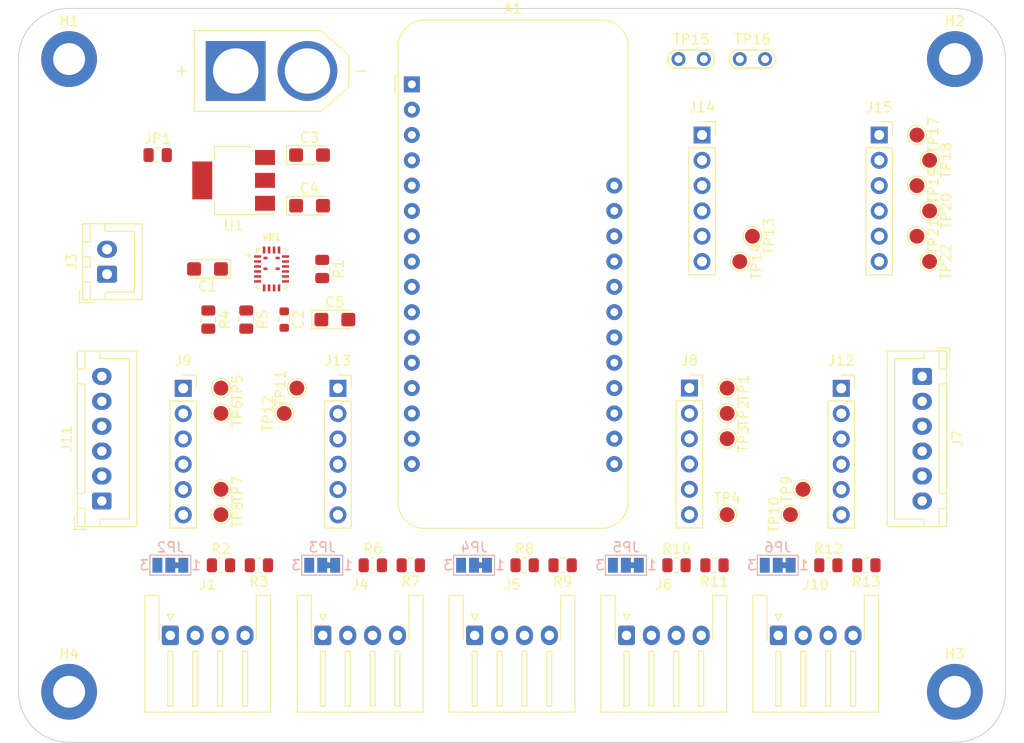
<source format=kicad_pcb>
(kicad_pcb (version 20211014) (generator pcbnew)
  (layers (0 "F.Cu" signal) (31 "B.Cu" signal) (34 "B.Paste" user) (35 "F.Paste" user) (36 "B.SilkS" user "B.Silkscreen") (37 "F.SilkS" user "F.Silkscreen") (38 "B.Mask" user) (39 "F.Mask" user) (44 "Edge.Cuts" user))
  (net 0 "")
  (net 1 "Net-(J2-PadP)")
  (net 2 "GND")
  (net 3 "Net-(J13-Pad1)")
  (net 4 "Net-(J12-Pad6)")
  (net 5 "Net-(J12-Pad5)")
  (net 6 "Net-(J9-Pad5)")
  (net 7 "Net-(J9-Pad4)")
  (net 8 "Net-(J9-Pad1)")
  (net 9 "Net-(J9-Pad6)")
  (net 10 "Net-(J8-Pad2)")
  (net 11 "Net-(J8-Pad1)")
  (net 12 "Net-(J8-Pad6)")
  (net 13 "Net-(J8-Pad3)")
  (net 14 "Net-(J13-Pad2)")
  (net 15 "ECHO_1")
  (net 16 "+7.5V")
  (net 17 "Net-(R4-Pad2)")
  (net 18 "ECHO_2")
  (net 19 "Net-(J4-Pad3)")
  (net 20 "ECHO_3")
  (net 21 "ECHO_4")
  (net 22 "Net-(J6-Pad3)")
  (net 23 "ECHO_5")
  (net 24 "Net-(J10-Pad3)")
  (net 25 "Net-(C1-Pad1)")
  (net 26 "Net-(J1-Pad3)")
  (net 27 "Net-(R1-Pad2)")
  (net 28 "Net-(J5-Pad3)")
  (net 29 "Net-(C2-Pad1)")
  (net 30 "+5V")
  (net 32 "+3V3")
  (net 34 "MOTOR_L_A")
  (net 35 "MOTOR_L_B")
  (net 36 "ENC_L_A")
  (net 37 "ENC_L_B")
  (net 38 "MOTOR_R_A")
  (net 39 "MOTOR_R_B")
  (net 40 "ENC_R_A")
  (net 41 "ENC_R_B")
  (net 43 "SDA")
  (net 44 "SCL")
  (net 45 "TRIG_5")
  (net 46 "TRIG_4")
  (net 47 "TRIG_3")
  (net 48 "TRIG_2")
  (net 49 "TRIG_1")
  (net 52 "Net-(J1-Pad1)")
  (net 53 "Net-(J10-Pad1)")
  (net 54 "Net-(J6-Pad1)")
  (net 55 "Net-(J5-Pad1)")
  (net 56 "Net-(J4-Pad1)")
  (net 57 "MOTOR_R_POS")
  (net 58 "MOTOR_R_NEG")
  (net 59 "MOTOR_L_POS")
  (net 60 "MOTOR_L_NEG")
  (net 61 "Net-(J14-Pad5)")
  (net 62 "Net-(J14-Pad6)")
  (net 63 "Net-(J15-Pad1)")
  (net 64 "Net-(J15-Pad2)")
  (net 65 "Net-(J15-Pad3)")
  (net 66 "Net-(J15-Pad4)")
  (net 67 "Net-(J15-Pad5)")
  (net 68 "Net-(J15-Pad6)")
  (footprint "Connector_PinSocket_2.54mm:PinSocket_1x06_P2.54mm_Vertical" (layer "F.Cu") (at 148.615 110.515)
    (fp_text reference "J12" (at 0 -2.77) (layer "F.SilkS"))
    (fp_text value "Conn_01x06_Female")
    (pad "1" thru_hole rect (at 0 0) (size 1.7 1.7) (drill 1) (layers *.Cu *.Mask) (net 34 "MOTOR_L_A"))
    (pad "2" thru_hole oval (at 0 2.54) (size 1.7 1.7) (drill 1) (layers *.Cu *.Mask) (net 35 "MOTOR_L_B"))
    (pad "3" thru_hole oval (at 0 5.08) (size 1.7 1.7) (drill 1) (layers *.Cu *.Mask) (net 2 "GND"))
    (pad "4" thru_hole oval (at 0 7.62) (size 1.7 1.7) (drill 1) (layers *.Cu *.Mask) (net 16 "+7.5V"))
    (pad "5" thru_hole oval (at 0 10.16) (size 1.7 1.7) (drill 1) (layers *.Cu *.Mask) (net 5 "Net-(J12-Pad5)"))
    (pad "6" thru_hole oval (at 0 12.7) (size 1.7 1.7) (drill 1) (layers *.Cu *.Mask) (net 4 "Net-(J12-Pad6)"))
  )
  (footprint "Resistor_SMD:R_0805_2012Metric" (layer "F.Cu") (at 96.52 98.535 -90)
    (fp_text reference "R1" (at 0 -1.65 90) (layer "F.SilkS"))
    (fp_text value "100k")
    (pad "1" smd roundrect (at -0.9125 0 270) (size 1.025 1.4) (layers "F.Cu" "F.Paste" "F.Mask") (roundrect_rratio 0.243902) (net 25 "Net-(C1-Pad1)"))
    (pad "2" smd roundrect (at 0.9125 0 270) (size 1.025 1.4) (layers "F.Cu" "F.Paste" "F.Mask") (roundrect_rratio 0.243902) (net 27 "Net-(R1-Pad2)"))
  )
  (footprint "Resistor_SMD:R_0805_2012Metric" (layer "F.Cu") (at 80.01 87.105)
    (fp_text reference "JP1" (at 0 -1.65) (layer "F.SilkS"))
    (fp_text value "Jumper_2_Open")
    (pad "1" smd roundrect (at -0.9125 0) (size 1.025 1.4) (layers "F.Cu" "F.Paste" "F.Mask") (roundrect_rratio 0.243902) (net 16 "+7.5V"))
    (pad "2" smd roundrect (at 0.9125 0) (size 1.025 1.4) (layers "F.Cu" "F.Paste" "F.Mask") (roundrect_rratio 0.243902) (net 25 "Net-(C1-Pad1)"))
  )
  (footprint "Connector_PinSocket_2.54mm:PinSocket_1x06_P2.54mm_Vertical" (layer "F.Cu") (at 82.575 110.515)
    (fp_text reference "J9" (at 0 -2.77) (layer "F.SilkS"))
    (fp_text value "Conn_01x06_Female")
    (pad "1" thru_hole rect (at 0 0) (size 1.7 1.7) (drill 1) (layers *.Cu *.Mask) (net 8 "Net-(J9-Pad1)"))
    (pad "2" thru_hole oval (at 0 2.54) (size 1.7 1.7) (drill 1) (layers *.Cu *.Mask) (net 57 "MOTOR_R_POS"))
    (pad "3" thru_hole oval (at 0 5.08) (size 1.7 1.7) (drill 1) (layers *.Cu *.Mask) (net 58 "MOTOR_R_NEG"))
    (pad "4" thru_hole oval (at 0 7.62) (size 1.7 1.7) (drill 1) (layers *.Cu *.Mask) (net 7 "Net-(J9-Pad4)"))
    (pad "5" thru_hole oval (at 0 10.16) (size 1.7 1.7) (drill 1) (layers *.Cu *.Mask) (net 6 "Net-(J9-Pad5)"))
    (pad "6" thru_hole oval (at 0 12.7) (size 1.7 1.7) (drill 1) (layers *.Cu *.Mask) (net 9 "Net-(J9-Pad6)"))
  )
  (footprint "Capacitor_Tantalum_SMD:CP_EIA-3216-18_Kemet-A" (layer "F.Cu") (at 97.79 103.615)
    (fp_text reference "C5" (at 0 -1.75) (layer "F.SilkS"))
    (fp_text value "100uF")
    (pad "1" smd roundrect (at -1.35 0) (size 1.4 1.35) (layers "F.Cu" "F.Paste" "F.Mask") (roundrect_rratio 0.185185) (net 16 "+7.5V"))
    (pad "2" smd roundrect (at 1.35 0) (size 1.4 1.35) (layers "F.Cu" "F.Paste" "F.Mask") (roundrect_rratio 0.185185) (net 2 "GND"))
  )
  (footprint "TestPoint:TestPoint_Pad_D1.5mm" (layer "F.Cu") (at 157.48 92.71 -90)
    (fp_text reference "TP20" (at 0 -1.648 90) (layer "F.SilkS"))
    (fp_text value "TestPoint")
    (pad "1" smd circle (at 0 0 270) (size 1.5 1.5) (layers "F.Cu" "F.Mask") (net 66 "Net-(J15-Pad4)"))
  )
  (footprint "Connector_JST:JST_XH_B6B-XH-A_1x06_P2.50mm_Vertical" (layer "F.Cu") (at 156.735 109.32 -90)
    (fp_text reference "J7" (at 6.25 -3.55 90) (layer "F.SilkS"))
    (fp_text value "Conn_01x06_Male")
    (pad "1" thru_hole roundrect (at 0 0 270) (size 1.7 1.95) (drill 0.95) (layers *.Cu *.Mask) (roundrect_rratio 0.147059) (net 32 "+3V3"))
    (pad "2" thru_hole oval (at 2.5 0 270) (size 1.7 1.95) (drill 0.95) (layers *.Cu *.Mask) (net 2 "GND"))
    (pad "3" thru_hole oval (at 5 0 270) (size 1.7 1.95) (drill 0.95) (layers *.Cu *.Mask) (net 59 "MOTOR_L_POS"))
    (pad "4" thru_hole oval (at 7.5 0 270) (size 1.7 1.95) (drill 0.95) (layers *.Cu *.Mask) (net 36 "ENC_L_A"))
    (pad "5" thru_hole oval (at 10 0 270) (size 1.7 1.95) (drill 0.95) (layers *.Cu *.Mask) (net 60 "MOTOR_L_NEG"))
    (pad "6" thru_hole oval (at 12.5 0 270) (size 1.7 1.95) (drill 0.95) (layers *.Cu *.Mask) (net 37 "ENC_L_B"))
  )
  (footprint "TestPoint:TestPoint_Pad_D1.5mm" (layer "F.Cu") (at 137.16 110.49 -90)
    (fp_text reference "TP1" (at 0 -1.648 90) (layer "F.SilkS"))
    (fp_text value "TestPoint")
    (pad "1" smd circle (at 0 0 270) (size 1.5 1.5) (layers "F.Cu" "F.Mask") (net 11 "Net-(J8-Pad1)"))
  )
  (footprint "Connector_PinSocket_2.54mm:PinSocket_1x06_P2.54mm_Vertical" (layer "F.Cu") (at 133.375 110.49)
    (fp_text reference "J8" (at 0 -2.77) (layer "F.SilkS"))
    (fp_text value "Conn_01x06_Female")
    (pad "1" thru_hole rect (at 0 0) (size 1.7 1.7) (drill 1) (layers *.Cu *.Mask) (net 11 "Net-(J8-Pad1)"))
    (pad "2" thru_hole oval (at 0 2.54) (size 1.7 1.7) (drill 1) (layers *.Cu *.Mask) (net 10 "Net-(J8-Pad2)"))
    (pad "3" thru_hole oval (at 0 5.08) (size 1.7 1.7) (drill 1) (layers *.Cu *.Mask) (net 13 "Net-(J8-Pad3)"))
    (pad "4" thru_hole oval (at 0 7.62) (size 1.7 1.7) (drill 1) (layers *.Cu *.Mask) (net 59 "MOTOR_L_POS"))
    (pad "5" thru_hole oval (at 0 10.16) (size 1.7 1.7) (drill 1) (layers *.Cu *.Mask) (net 60 "MOTOR_L_NEG"))
    (pad "6" thru_hole oval (at 0 12.7) (size 1.7 1.7) (drill 1) (layers *.Cu *.Mask) (net 12 "Net-(J8-Pad6)"))
  )
  (footprint "Connector_JST:JST_XH_S4B-XH-A-1_1x04_P2.50mm_Horizontal" (layer "F.Cu") (at 96.58 135.31)
    (fp_text reference "J4" (at 3.75 -5.1) (layer "F.SilkS"))
    (fp_text value "Conn_01x04_Male")
    (pad "1" thru_hole roundrect (at 0 0) (size 1.7 1.95) (drill 0.95) (layers *.Cu *.Mask) (roundrect_rratio 0.147059) (net 56 "Net-(J4-Pad1)"))
    (pad "2" thru_hole oval (at 2.5 0) (size 1.7 1.95) (drill 0.95) (layers *.Cu *.Mask) (net 48 "TRIG_2"))
    (pad "3" thru_hole oval (at 5 0) (size 1.7 1.95) (drill 0.95) (layers *.Cu *.Mask) (net 19 "Net-(J4-Pad3)"))
    (pad "4" thru_hole oval (at 7.5 0) (size 1.7 1.95) (drill 0.95) (layers *.Cu *.Mask) (net 2 "GND"))
  )
  (footprint "TestPoint:TestPoint_Pad_D1.5mm" (layer "F.Cu") (at 137.16 115.57 -90)
    (fp_text reference "TP3" (at 0 -1.648 90) (layer "F.SilkS"))
    (fp_text value "TestPoint")
    (pad "1" smd circle (at 0 0 270) (size 1.5 1.5) (layers "F.Cu" "F.Mask") (net 13 "Net-(J8-Pad3)"))
  )
  (footprint "TestPoint:TestPoint_Pad_D1.5mm" (layer "F.Cu") (at 86.36 113.03 -90)
    (fp_text reference "TP6" (at 0 -1.648 90) (layer "F.SilkS"))
    (fp_text value "TestPoint")
    (pad "1" smd circle (at 0 0 270) (size 1.5 1.5) (layers "F.Cu" "F.Mask") (net 7 "Net-(J9-Pad4)"))
  )
  (footprint "MountingHole:MountingHole_3.2mm_M3_DIN965_Pad" (layer "F.Cu") (at 71.12 140.97)
    (fp_text reference "H4" (at 0 -3.8) (layer "F.SilkS"))
    (fp_text value "MountingHole_Pad")
    (pad "1" thru_hole circle (at 0 0) (size 5.6 5.6) (drill 3.2) (layers *.Cu *.Mask) (net 2 "GND"))
  )
  (footprint "Resistor_SMD:R_0805_2012Metric" (layer "F.Cu") (at 116.84 128.27)
    (fp_text reference "R8" (at 0 -1.65) (layer "F.SilkS"))
    (fp_text value "10k")
    (pad "1" smd roundrect (at -0.9125 0) (size 1.025 1.4) (layers "F.Cu" "F.Paste" "F.Mask") (roundrect_rratio 0.243902) (net 20 "ECHO_3"))
    (pad "2" smd roundrect (at 0.9125 0) (size 1.025 1.4) (layers "F.Cu" "F.Paste" "F.Mask") (roundrect_rratio 0.243902) (net 28 "Net-(J5-Pad3)"))
  )
  (footprint "Resistor_SMD:R_0805_2012Metric" (layer "F.Cu") (at 90.17 128.27 180)
    (fp_text reference "R3" (at 0 -1.65) (layer "F.SilkS"))
    (fp_text value "15k")
    (pad "1" smd roundrect (at -0.9125 0 180) (size 1.025 1.4) (layers "F.Cu" "F.Paste" "F.Mask") (roundrect_rratio 0.243902) (net 15 "ECHO_1"))
    (pad "2" smd roundrect (at 0.9125 0 180) (size 1.025 1.4) (layers "F.Cu" "F.Paste" "F.Mask") (roundrect_rratio 0.243902) (net 2 "GND"))
  )
  (footprint "Capacitor_Tantalum_SMD:CP_EIA-3216-18_Kemet-A" (layer "F.Cu") (at 95.25 92.185)
    (fp_text reference "C4" (at 0 -1.75) (layer "F.SilkS"))
    (fp_text value "10uF")
    (pad "1" smd roundrect (at -1.35 0) (size 1.4 1.35) (layers "F.Cu" "F.Paste" "F.Mask") (roundrect_rratio 0.185185) (net 30 "+5V"))
    (pad "2" smd roundrect (at 1.35 0) (size 1.4 1.35) (layers "F.Cu" "F.Paste" "F.Mask") (roundrect_rratio 0.185185) (net 2 "GND"))
  )
  (footprint "Connector_PinSocket_2.54mm:PinSocket_1x06_P2.54mm_Vertical" (layer "F.Cu") (at 98.1 110.515)
    (fp_text reference "J13" (at 0 -2.77) (layer "F.SilkS"))
    (fp_text value "Conn_01x06_Female")
    (pad "1" thru_hole rect (at 0 0) (size 1.7 1.7) (drill 1) (layers *.Cu *.Mask) (net 3 "Net-(J13-Pad1)"))
    (pad "2" thru_hole oval (at 0 2.54) (size 1.7 1.7) (drill 1) (layers *.Cu *.Mask) (net 14 "Net-(J13-Pad2)"))
    (pad "3" thru_hole oval (at 0 5.08) (size 1.7 1.7) (drill 1) (layers *.Cu *.Mask) (net 2 "GND"))
    (pad "4" thru_hole oval (at 0 7.62) (size 1.7 1.7) (drill 1) (layers *.Cu *.Mask) (net 16 "+7.5V"))
    (pad "5" thru_hole oval (at 0 10.16) (size 1.7 1.7) (drill 1) (layers *.Cu *.Mask) (net 38 "MOTOR_R_A"))
    (pad "6" thru_hole oval (at 0 12.7) (size 1.7 1.7) (drill 1) (layers *.Cu *.Mask) (net 39 "MOTOR_R_B"))
  )
  (footprint "TestPoint:TestPoint_Pad_D1.5mm" (layer "F.Cu") (at 138.43 97.79 -90)
    (fp_text reference "TP14" (at 0 -1.648 90) (layer "F.SilkS"))
    (fp_text value "TestPoint")
    (pad "1" smd circle (at 0 0 270) (size 1.5 1.5) (layers "F.Cu" "F.Mask") (net 62 "Net-(J14-Pad6)"))
  )
  (footprint "Capacitor_Tantalum_SMD:CP_EIA-3216-18_Kemet-A" (layer "F.Cu") (at 95.25 87.105)
    (fp_text reference "C3" (at 0 -1.75) (layer "F.SilkS"))
    (fp_text value "10uF")
    (pad "1" smd roundrect (at -1.35 0) (size 1.4 1.35) (layers "F.Cu" "F.Paste" "F.Mask") (roundrect_rratio 0.185185) (net 25 "Net-(C1-Pad1)"))
    (pad "2" smd roundrect (at 1.35 0) (size 1.4 1.35) (layers "F.Cu" "F.Paste" "F.Mask") (roundrect_rratio 0.185185) (net 2 "GND"))
  )
  (footprint "Resistor_SMD:R_0805_2012Metric" (layer "F.Cu") (at 85.09 103.615 -90)
    (fp_text reference "R4" (at 0 -1.65 90) (layer "F.SilkS"))
    (fp_text value "133k")
    (pad "1" smd roundrect (at -0.9125 0 270) (size 1.025 1.4) (layers "F.Cu" "F.Paste" "F.Mask") (roundrect_rratio 0.243902) (net 16 "+7.5V"))
    (pad "2" smd roundrect (at 0.9125 0 270) (size 1.025 1.4) (layers "F.Cu" "F.Paste" "F.Mask") (roundrect_rratio 0.243902) (net 17 "Net-(R4-Pad2)"))
  )
  (footprint "Connector_JST:JST_XH_B6B-XH-A_1x06_P2.50mm_Vertical" (layer "F.Cu") (at 74.405 121.82 90)
    (fp_text reference "J11" (at 6.25 -3.55 90) (layer "F.SilkS"))
    (fp_text value "Conn_01x06_Male")
    (pad "1" thru_hole roundrect (at 0 0 90) (size 1.7 1.95) (drill 0.95) (layers *.Cu *.Mask) (roundrect_rratio 0.147059) (net 32 "+3V3"))
    (pad "2" thru_hole oval (at 2.5 0 90) (size 1.7 1.95) (drill 0.95) (layers *.Cu *.Mask) (net 2 "GND"))
    (pad "3" thru_hole oval (at 5 0 90) (size 1.7 1.95) (drill 0.95) (layers *.Cu *.Mask) (net 57 "MOTOR_R_POS"))
    (pad "4" thru_hole oval (at 7.5 0 90) (size 1.7 1.95) (drill 0.95) (layers *.Cu *.Mask) (net 40 "ENC_R_A"))
    (pad "5" thru_hole oval (at 10 0 90) (size 1.7 1.95) (drill 0.95) (layers *.Cu *.Mask) (net 58 "MOTOR_R_NEG"))
    (pad "6" thru_hole oval (at 12.5 0 90) (size 1.7 1.95) (drill 0.95) (layers *.Cu *.Mask) (net 41 "ENC_R_B"))
  )
  (footprint "TestPoint:TestPoint_2Pads_Pitch2.54mm_Drill0.8mm" (layer "F.Cu") (at 138.43 77.47)
    (fp_text reference "TP16" (at 1.3 -2) (layer "F.SilkS"))
    (fp_text value "TestPoint")
    (pad "1" thru_hole circle (at 0 0) (size 1.4 1.4) (drill 0.8) (layers *.Cu *.Mask) (net 44 "SCL"))
    (pad "2" thru_hole circle (at 2.54 0) (size 1.4 1.4) (drill 0.8) (layers *.Cu *.Mask))
  )
  (footprint "Connector_JST:JST_XH_S4B-XH-A-1_1x04_P2.50mm_Horizontal" (layer "F.Cu") (at 81.28 135.31)
    (fp_text reference "J1" (at 3.75 -5.1) (layer "F.SilkS"))
    (fp_text value "Conn_01x04_Male")
    (pad "1" thru_hole roundrect (at 0 0) (size 1.7 1.95) (drill 0.95) (layers *.Cu *.Mask) (roundrect_rratio 0.147059) (net 52 "Net-(J1-Pad1)"))
    (pad "2" thru_hole oval (at 2.5 0) (size 1.7 1.95) (drill 0.95) (layers *.Cu *.Mask) (net 49 "TRIG_1"))
    (pad "3" thru_hole oval (at 5 0) (size 1.7 1.95) (drill 0.95) (layers *.Cu *.Mask) (net 26 "Net-(J1-Pad3)"))
    (pad "4" thru_hole oval (at 7.5 0) (size 1.7 1.95) (drill 0.95) (layers *.Cu *.Mask) (net 2 "GND"))
  )
  (footprint "TestPoint:TestPoint_Pad_D1.5mm" (layer "F.Cu") (at 137.16 113.03 -90)
    (fp_text reference "TP2" (at 0 -1.648 90) (layer "F.SilkS"))
    (fp_text value "TestPoint")
    (pad "1" smd circle (at 0 0 270) (size 1.5 1.5) (layers "F.Cu" "F.Mask") (net 10 "Net-(J8-Pad2)"))
  )
  (footprint "Connector_JST:JST_XH_S4B-XH-A-1_1x04_P2.50mm_Horizontal" (layer "F.Cu") (at 111.82 135.31)
    (fp_text reference "J5" (at 3.75 -5.1) (layer "F.SilkS"))
    (fp_text value "Conn_01x04_Male")
    (pad "1" thru_hole roundrect (at 0 0) (size 1.7 1.95) (drill 0.95) (layers *.Cu *.Mask) (roundrect_rratio 0.147059) (net 55 "Net-(J5-Pad1)"))
    (pad "2" thru_hole oval (at 2.5 0) (size 1.7 1.95) (drill 0.95) (layers *.Cu *.Mask) (net 47 "TRIG_3"))
    (pad "3" thru_hole oval (at 5 0) (size 1.7 1.95) (drill 0.95) (layers *.Cu *.Mask) (net 28 "Net-(J5-Pad3)"))
    (pad "4" thru_hole oval (at 7.5 0) (size 1.7 1.95) (drill 0.95) (layers *.Cu *.Mask) (net 2 "GND"))
  )
  (footprint "TestPoint:TestPoint_Pad_D1.5mm" (layer "F.Cu") (at 157.48 87.63 -90)
    (fp_text reference "TP18" (at 0 -1.648 90) (layer "F.SilkS"))
    (fp_text value "TestPoint")
    (pad "1" smd circle (at 0 0 270) (size 1.5 1.5) (layers "F.Cu" "F.Mask") (net 64 "Net-(J15-Pad2)"))
  )
  (footprint "Resistor_SMD:R_0805_2012Metric" (layer "F.Cu") (at 151.13 128.27 180)
    (fp_text reference "R13" (at 0 -1.65) (layer "F.SilkS"))
    (fp_text value "15k")
    (pad "1" smd roundrect (at -0.9125 0 180) (size 1.025 1.4) (layers "F.Cu" "F.Paste" "F.Mask") (roundrect_rratio 0.243902) (net 23 "ECHO_5"))
    (pad "2" smd roundrect (at 0.9125 0 180) (size 1.025 1.4) (layers "F.Cu" "F.Paste" "F.Mask") (roundrect_rratio 0.243902) (net 2 "GND"))
  )
  (footprint "TestPoint:TestPoint_Pad_D1.5mm" (layer "F.Cu") (at 144.78 120.65 90)
    (fp_text reference "TP9" (at 0 -1.648 90) (layer "F.SilkS"))
    (fp_text value "TestPoint")
    (pad "1" smd circle (at 0 0 90) (size 1.5 1.5) (layers "F.Cu" "F.Mask") (net 5 "Net-(J12-Pad5)"))
  )
  (footprint "TestPoint:TestPoint_Pad_D1.5mm" (layer "F.Cu") (at 157.48 97.79 -90)
    (fp_text reference "TP22" (at 0 -1.648 90) (layer "F.SilkS"))
    (fp_text value "TestPoint")
    (pad "1" smd circle (at 0 0 270) (size 1.5 1.5) (layers "F.Cu" "F.Mask") (net 68 "Net-(J15-Pad6)"))
  )
  (footprint "TestPoint:TestPoint_2Pads_Pitch2.54mm_Drill0.8mm" (layer "F.Cu") (at 132.28 77.47)
    (fp_text reference "TP15" (at 1.3 -2) (layer "F.SilkS"))
    (fp_text value "TestPoint")
    (pad "1" thru_hole circle (at 0 0) (size 1.4 1.4) (drill 0.8) (layers *.Cu *.Mask) (net 43 "SDA"))
    (pad "2" thru_hole circle (at 2.54 0) (size 1.4 1.4) (drill 0.8) (layers *.Cu *.Mask))
  )
  (footprint "Resistor_SMD:R_0805_2012Metric" (layer "F.Cu") (at 101.6 128.27)
    (fp_text reference "R6" (at 0 -1.65) (layer "F.SilkS"))
    (fp_text value "10k")
    (pad "1" smd roundrect (at -0.9125 0) (size 1.025 1.4) (layers "F.Cu" "F.Paste" "F.Mask") (roundrect_rratio 0.243902) (net 18 "ECHO_2"))
    (pad "2" smd roundrect (at 0.9125 0) (size 1.025 1.4) (layers "F.Cu" "F.Paste" "F.Mask") (roundrect_rratio 0.243902) (net 19 "Net-(J4-Pad3)"))
  )
  (footprint "TestPoint:TestPoint_Pad_D1.5mm" (layer "F.Cu") (at 86.36 123.19 -90)
    (fp_text reference "TP8" (at 0 -1.648 90) (layer "F.SilkS"))
    (fp_text value "TestPoint")
    (pad "1" smd circle (at 0 0 270) (size 1.5 1.5) (layers "F.Cu" "F.Mask") (net 9 "Net-(J9-Pad6)"))
  )
  (footprint "TestPoint:TestPoint_Pad_D1.5mm" (layer "F.Cu") (at 143.51 123.19 90)
    (fp_text reference "TP10" (at 0 -1.648 90) (layer "F.SilkS"))
    (fp_text value "TestPoint")
    (pad "1" smd circle (at 0 0 90) (size 1.5 1.5) (layers "F.Cu" "F.Mask") (net 4 "Net-(J12-Pad6)"))
  )
  (footprint "Connector_PinSocket_2.54mm:PinSocket_1x06_P2.54mm_Vertical" (layer "F.Cu") (at 152.425 85.09)
    (fp_text reference "J15" (at 0 -2.77) (layer "F.SilkS"))
    (fp_text value "Conn_01x06_Female")
    (pad "1" thru_hole rect (at 0 0) (size 1.7 1.7) (drill 1) (layers *.Cu *.Mask) (net 63 "Net-(J15-Pad1)"))
    (pad "2" thru_hole oval (at 0 2.54) (size 1.7 1.7) (drill 1) (layers *.Cu *.Mask) (net 64 "Net-(J15-Pad2)"))
    (pad "3" thru_hole oval (at 0 5.08) (size 1.7 1.7) (drill 1) (layers *.Cu *.Mask) (net 65 "Net-(J15-Pad3)"))
    (pad "4" thru_hole oval (at 0 7.62) (size 1.7 1.7) (drill 1) (layers *.Cu *.Mask) (net 66 "Net-(J15-Pad4)"))
    (pad "5" thru_hole oval (at 0 10.16) (size 1.7 1.7) (drill 1) (layers *.Cu *.Mask) (net 67 "Net-(J15-Pad5)"))
    (pad "6" thru_hole oval (at 0 12.7) (size 1.7 1.7) (drill 1) (layers *.Cu *.Mask) (net 68 "Net-(J15-Pad6)"))
  )
  (footprint "TestPoint:TestPoint_Pad_D1.5mm" (layer "F.Cu") (at 86.36 110.49 -90)
    (fp_text reference "TP5" (at 0 -1.648 90) (layer "F.SilkS"))
    (fp_text value "TestPoint")
    (pad "1" smd circle (at 0 0 270) (size 1.5 1.5) (layers "F.Cu" "F.Mask") (net 8 "Net-(J9-Pad1)"))
  )
  (footprint "TestPoint:TestPoint_Pad_D1.5mm" (layer "F.Cu") (at 156.21 95.25 -90)
    (fp_text reference "TP21" (at 0 -1.648 90) (layer "F.SilkS"))
    (fp_text value "TestPoint")
    (pad "1" smd circle (at 0 0 270) (size 1.5 1.5) (layers "F.Cu" "F.Mask") (net 67 "Net-(J15-Pad5)"))
  )
  (footprint "Resistor_SMD:R_0805_2012Metric" (layer "F.Cu") (at 147.32 128.27)
    (fp_text reference "R12" (at 0 -1.65) (layer "F.SilkS"))
    (fp_text value "10k")
    (pad "1" smd roundrect (at -0.9125 0) (size 1.025 1.4) (layers "F.Cu" "F.Paste" "F.Mask") (roundrect_rratio 0.243902) (net 23 "ECHO_5"))
    (pad "2" smd roundrect (at 0.9125 0) (size 1.025 1.4) (layers "F.Cu" "F.Paste" "F.Mask") (roundrect_rratio 0.243902) (net 24 "Net-(J10-Pad3)"))
  )
  (footprint "Resistor_SMD:R_0603_1608Metric" (layer "F.Cu") (at 92.71 103.615 -90)
    (fp_text reference "C2" (at 0 -1.43 90) (layer "F.SilkS"))
    (fp_text value "0.1uF")
    (pad "1" smd roundrect (at -0.825 0 270) (size 0.8 0.95) (layers "F.Cu" "F.Paste" "F.Mask") (net 29 "Net-(C2-Pad1)"))
    (pad "2" smd roundrect (at 0.825 0 270) (size 0.8 0.95) (layers "F.Cu" "F.Paste" "F.Mask") (net 2 "GND"))
  )
  (footprint "TestPoint:TestPoint_Pad_D1.5mm" (layer "F.Cu") (at 137.16 123.19)
    (fp_text reference "TP4" (at 0 -1.648) (layer "F.SilkS"))
    (fp_text value "TestPoint")
    (pad "1" smd circle (at 0 0) (size 1.5 1.5) (layers "F.Cu" "F.Mask") (net 12 "Net-(J8-Pad6)"))
  )
  (footprint "Capacitor_Tantalum_SMD:CP_EIA-3216-18_Kemet-A" (layer "F.Cu") (at 85.01 98.535 180)
    (fp_text reference "C1" (at 0 -1.75) (layer "F.SilkS"))
    (fp_text value "10uF")
    (pad "1" smd roundrect (at -1.35 0 180) (size 1.4 1.35) (layers "F.Cu" "F.Paste" "F.Mask") (roundrect_rratio 0.185185) (net 25 "Net-(C1-Pad1)"))
    (pad "2" smd roundrect (at 1.35 0 180) (size 1.4 1.35) (layers "F.Cu" "F.Paste" "F.Mask") (roundrect_rratio 0.185185) (net 2 "GND"))
  )
  (footprint "Resistor_SMD:R_0805_2012Metric" (layer "F.Cu") (at 135.89 128.27 180)
    (fp_text reference "R11" (at 0 -1.65) (layer "F.SilkS"))
    (fp_text value "15k")
    (pad "1" smd roundrect (at -0.9125 0 180) (size 1.025 1.4) (layers "F.Cu" "F.Paste" "F.Mask") (roundrect_rratio 0.243902) (net 21 "ECHO_4"))
    (pad "2" smd roundrect (at 0.9125 0 180) (size 1.025 1.4) (layers "F.Cu" "F.Paste" "F.Mask") (roundrect_rratio 0.243902) (net 2 "GND"))
  )
  (footprint "Connector_JST:JST_XH_S4B-XH-A-1_1x04_P2.50mm_Horizontal" (layer "F.Cu") (at 127.06 135.31)
    (fp_text reference "J6" (at 3.75 -5.1) (layer "F.SilkS"))
    (fp_text value "Conn_01x04_Male")
    (pad "1" thru_hole roundrect (at 0 0) (size 1.7 1.95) (drill 0.95) (layers *.Cu *.Mask) (roundrect_rratio 0.147059) (net 54 "Net-(J6-Pad1)"))
    (pad "2" thru_hole oval (at 2.5 0) (size 1.7 1.95) (drill 0.95) (layers *.Cu *.Mask) (net 46 "TRIG_4"))
    (pad "3" thru_hole oval (at 5 0) (size 1.7 1.95) (drill 0.95) (layers *.Cu *.Mask) (net 22 "Net-(J6-Pad3)"))
    (pad "4" thru_hole oval (at 7.5 0) (size 1.7 1.95) (drill 0.95) (layers *.Cu *.Mask) (net 2 "GND"))
  )
  (footprint "TestPoint:TestPoint_Pad_D1.5mm" (layer "F.Cu") (at 93.98 110.49 90)
    (fp_text reference "TP11" (at 0 -1.648 90) (layer "F.SilkS"))
    (fp_text value "TestPoint")
    (pad "1" smd circle (at 0 0 90) (size 1.5 1.5) (layers "F.Cu" "F.Mask") (net 3 "Net-(J13-Pad1)"))
  )
  (footprint "TestPoint:TestPoint_Pad_D1.5mm" (layer "F.Cu") (at 86.36 120.65 -90)
    (fp_text reference "TP7" (at 0 -1.648 90) (layer "F.SilkS"))
    (fp_text value "TestPoint")
    (pad "1" smd circle (at 0 0 270) (size 1.5 1.5) (layers "F.Cu" "F.Mask") (net 6 "Net-(J9-Pad5)"))
  )
  (footprint "TestPoint:TestPoint_Pad_D1.5mm" (layer "F.Cu") (at 92.71 113.03 90)
    (fp_text reference "TP12" (at 0 -1.648 90) (layer "F.SilkS"))
    (fp_text value "TestPoint")
    (pad "1" smd circle (at 0 0 90) (size 1.5 1.5) (layers "F.Cu" "F.Mask") (net 14 "Net-(J13-Pad2)"))
  )
  (footprint "TestPoint:TestPoint_Pad_D1.5mm" (layer "F.Cu") (at 156.21 85.09 -90)
    (fp_text reference "TP17" (at 0 -1.648 90) (layer "F.SilkS"))
    (fp_text value "TestPoint")
    (pad "1" smd circle (at 0 0 270) (size 1.5 1.5) (layers "F.Cu" "F.Mask") (net 63 "Net-(J15-Pad1)"))
  )
  (footprint "MountingHole:MountingHole_3.2mm_M3_DIN965_Pad" (layer "F.Cu") (at 71.12 77.47)
    (fp_text reference "H1" (at 0 -3.8) (layer "F.SilkS"))
    (fp_text value "MountingHole_Pad")
    (pad "1" thru_hole circle (at 0 0) (size 5.6 5.6) (drill 3.2) (layers *.Cu *.Mask) (net 2 "GND"))
  )
  (footprint "XT60-M:AMASS_XT60-M" (layer "F.Cu") (at 91.44 78.666)
    (fp_text reference "J2" (at -4.825 0.415) (layer "F.SilkS"))
    (fp_text value "XT60-M")
    (pad "N" thru_hole circle locked (at 3.6 0) (size 6 6) (drill 4.55) (layers *.Cu *.Mask) (net 2 "GND"))
    (pad "P" thru_hole rect locked (at -3.6 0) (size 6 6) (drill 4.55) (layers *.Cu *.Mask) (net 1 "Net-(J2-PadP)"))
  )
  (footprint "Module:Adafruit_Feather" (layer "F.Cu") (at 105.5175 80.01)
    (fp_text reference "A1" (at 10.16 -7.62) (layer "F.SilkS"))
    (fp_text value "Adafruit_Feather_Generic")
    (pad "1" thru_hole rect (at 0 0 180) (size 1.6 1.6) (drill 0.8) (layers *.Cu *.Mask))
    (pad "2" thru_hole circle (at 0 2.54 180) (size 1.6 1.6) (drill 0.8) (layers *.Cu *.Mask) (net 32 "+3V3"))
    (pad "3" thru_hole circle (at 0 5.08 180) (size 1.6 1.6) (drill 0.8) (layers *.Cu *.Mask))
    (pad "4" thru_hole circle (at 0 7.62 180) (size 1.6 1.6) (drill 0.8) (layers *.Cu *.Mask) (net 2 "GND"))
    (pad "5" thru_hole circle (at 0 10.16 180) (size 1.6 1.6) (drill 0.8) (layers *.Cu *.Mask) (net 34 "MOTOR_L_A"))
    (pad "6" thru_hole circle (at 0 12.7 180) (size 1.6 1.6) (drill 0.8) (layers *.Cu *.Mask) (net 35 "MOTOR_L_B"))
    (pad "7" thru_hole circle (at 0 15.24 180) (size 1.6 1.6) (drill 0.8) (layers *.Cu *.Mask) (net 36 "ENC_L_A"))
    (pad "8" thru_hole circle (at 0 17.78 180) (size 1.6 1.6) (drill 0.8) (layers *.Cu *.Mask) (net 37 "ENC_L_B"))
    (pad "9" thru_hole circle (at 0 20.32 180) (size 1.6 1.6) (drill 0.8) (layers *.Cu *.Mask) (net 38 "MOTOR_R_A"))
    (pad "10" thru_hole circle (at 0 22.86 180) (size 1.6 1.6) (drill 0.8) (layers *.Cu *.Mask) (net 39 "MOTOR_R_B"))
    (pad "11" thru_hole circle (at 0 25.4 180) (size 1.6 1.6) (drill 0.8) (layers *.Cu *.Mask) (net 20 "ECHO_3"))
    (pad "12" thru_hole circle (at 0 27.94 180) (size 1.6 1.6) (drill 0.8) (layers *.Cu *.Mask) (net 18 "ECHO_2"))
    (pad "13" thru_hole circle (at 0 30.48 180) (size 1.6 1.6) (drill 0.8) (layers *.Cu *.Mask) (net 15 "ECHO_1"))
    (pad "14" thru_hole circle (at 0 33.02 180) (size 1.6 1.6) (drill 0.8) (layers *.Cu *.Mask) (net 40 "ENC_R_A"))
    (pad "15" thru_hole circle (at 0 35.56 180) (size 1.6 1.6) (drill 0.8) (layers *.Cu *.Mask) (net 41 "ENC_R_B"))
    (pad "16" thru_hole circle (at 0 38.1 180) (size 1.6 1.6) (drill 0.8) (layers *.Cu *.Mask))
    (pad "17" thru_hole circle (at 20.32 38.1 180) (size 1.6 1.6) (drill 0.8) (layers *.Cu *.Mask) (net 43 "SDA"))
    (pad "18" thru_hole circle (at 20.32 35.56 180) (size 1.6 1.6) (drill 0.8) (layers *.Cu *.Mask) (net 44 "SCL"))
    (pad "19" thru_hole circle (at 20.32 33.02 180) (size 1.6 1.6) (drill 0.8) (layers *.Cu *.Mask) (net 45 "TRIG_5"))
    (pad "20" thru_hole circle (at 20.32 30.48 180) (size 1.6 1.6) (drill 0.8) (layers *.Cu *.Mask) (net 46 "TRIG_4"))
    (pad "21" thru_hole circle (at 20.32 27.94 180) (size 1.6 1.6) (drill 0.8) (layers *.Cu *.Mask) (net 47 "TRIG_3"))
    (pad "22" thru_hole circle (at 20.32 25.4 180) (size 1.6 1.6) (drill 0.8) (layers *.Cu *.Mask) (net 48 "TRIG_2"))
    (pad "23" thru_hole circle (at 20.32 22.86 180) (size 1.6 1.6) (drill 0.8) (layers *.Cu *.Mask) (net 49 "TRIG_1"))
    (pad "24" thru_hole circle (at 20.32 20.32 180) (size 1.6 1.6) (drill 0.8) (layers *.Cu *.Mask) (net 23 "ECHO_5"))
    (pad "25" thru_hole circle (at 20.32 17.78 180) (size 1.6 1.6) (drill 0.8) (layers *.Cu *.Mask) (net 21 "ECHO_4"))
    (pad "26" thru_hole circle (at 20.32 15.24 180) (size 1.6 1.6) (drill 0.8) (layers *.Cu *.Mask) (net 30 "+5V"))
    (pad "27" thru_hole circle (at 20.32 12.7 180) (size 1.6 1.6) (drill 0.8) (layers *.Cu *.Mask))
    (pad "28" thru_hole circle (at 20.32 10.16 180) (size 1.6 1.6) (drill 0.8) (layers *.Cu *.Mask))
  )
  (footprint "TestPoint:TestPoint_Pad_D1.5mm" (layer "F.Cu") (at 139.7 95.25 -90)
    (fp_text reference "TP13" (at 0 -1.648 90) (layer "F.SilkS"))
    (fp_text value "TestPoint")
    (pad "1" smd circle (at 0 0 270) (size 1.5 1.5) (layers "F.Cu" "F.Mask") (net 61 "Net-(J14-Pad5)"))
  )
  (footprint "TestPoint:TestPoint_Pad_D1.5mm" (layer "F.Cu") (at 156.21 90.17 -90)
    (fp_text reference "TP19" (at 0 -1.648 90) (layer "F.SilkS"))
    (fp_text value "TestPoint")
    (pad "1" smd circle (at 0 0 270) (size 1.5 1.5) (layers "F.Cu" "F.Mask") (net 65 "Net-(J15-Pad3)"))
  )
  (footprint "Resistor_SMD:R_0805_2012Metric" (layer "F.Cu") (at 105.41 128.27 180)
    (fp_text reference "R7" (at 0 -1.65) (layer "F.SilkS"))
    (fp_text value "15k")
    (pad "1" smd roundrect (at -0.9125 0 180) (size 1.025 1.4) (layers "F.Cu" "F.Paste" "F.Mask") (roundrect_rratio 0.243902) (net 18 "ECHO_2"))
    (pad "2" smd roundrect (at 0.9125 0 180) (size 1.025 1.4) (layers "F.Cu" "F.Paste" "F.Mask") (roundrect_rratio 0.243902) (net 2 "GND"))
  )
  (footprint "Connector_PinSocket_2.54mm:PinSocket_1x06_P2.54mm_Vertical" (layer "F.Cu") (at 134.645 85.09)
    (fp_text reference "J14" (at 0 -2.77) (layer "F.SilkS"))
    (fp_text value "Conn_01x06_Female")
    (pad "1" thru_hole rect (at 0 0) (size 1.7 1.7) (drill 1) (layers *.Cu *.Mask) (net 2 "GND"))
    (pad "2" thru_hole oval (at 0 2.54) (size 1.7 1.7) (drill 1) (layers *.Cu *.Mask) (net 32 "+3V3"))
    (pad "3" thru_hole oval (at 0 5.08) (size 1.7 1.7) (drill 1) (layers *.Cu *.Mask) (net 43 "SDA"))
    (pad "4" thru_hole oval (at 0 7.62) (size 1.7 1.7) (drill 1) (layers *.Cu *.Mask) (net 44 "SCL"))
    (pad "5" thru_hole oval (at 0 10.16) (size 1.7 1.7) (drill 1) (layers *.Cu *.Mask) (net 61 "Net-(J14-Pad5)"))
    (pad "6" thru_hole oval (at 0 12.7) (size 1.7 1.7) (drill 1) (layers *.Cu *.Mask) (net 62 "Net-(J14-Pad6)"))
  )
  (footprint "LT3033:VREG_LT3033IUDC_PBF" (layer "F.Cu") (at 91.44 98.535)
    (fp_text reference "VR1" (at 0.032 -3.1564) (layer "F.SilkS") (effects (font (size 0.64 0.64))))
    (fp_text value "LT3033IUDC_PBF")
    (pad "1" smd rect locked (at -1.4 -1.25) (size 0.7 0.25) (layers "F.Cu" "F.Paste" "F.Mask") (net 25 "Net-(C1-Pad1)"))
    (pad "2" smd rect locked (at -1.4 -0.75) (size 0.7 0.25) (layers "F.Cu" "F.Paste" "F.Mask") (net 25 "Net-(C1-Pad1)"))
    (pad "3" smd rect locked (at -1.4 -0.25) (size 0.7 0.25) (layers "F.Cu" "F.Paste" "F.Mask") (net 16 "+7.5V"))
    (pad "4" smd rect locked (at -1.4 0.25) (size 0.7 0.25) (layers "F.Cu" "F.Paste" "F.Mask") (net 16 "+7.5V"))
    (pad "5" smd rect locked (at -1.4 0.75) (size 0.7 0.25) (layers "F.Cu" "F.Paste" "F.Mask") (net 2 "GND"))
    (pad "6" smd rect locked (at -1.4 1.25) (size 0.7 0.25) (layers "F.Cu" "F.Paste" "F.Mask") (net 2 "GND"))
    (pad "7" smd rect locked (at -0.75 1.9) (size 0.25 0.7) (layers "F.Cu" "F.Paste" "F.Mask") (net 2 "GND"))
    (pad "8" smd rect locked (at -0.25 1.9) (size 0.25 0.7) (layers "F.Cu" "F.Paste" "F.Mask") (net 2 "GND"))
    (pad "9" smd rect locked (at 0.25 1.9) (size 0.25 0.7) (layers "F.Cu" "F.Paste" "F.Mask") (net 29 "Net-(C2-Pad1)"))
    (pad "10" smd rect locked (at 0.75 1.9) (size 0.25 0.7) (layers "F.Cu" "F.Paste" "F.Mask") (net 17 "Net-(R4-Pad2)"))
    (pad "11" smd rect locked (at 1.4 1.25) (size 0.7 0.25) (layers "F.Cu" "F.Paste" "F.Mask") (net 27 "Net-(R1-Pad2)"))
    (pad "12" smd rect locked (at 1.4 0.75) (size 0.7 0.25) (layers "F.Cu" "F.Paste" "F.Mask") (net 25 "Net-(C1-Pad1)"))
    (pad "13" smd rect locked (at 1.4 0.25) (size 0.7 0.25) (layers "F.Cu" "F.Paste" "F.Mask") (net 16 "+7.5V"))
    (pad "14" smd rect locked (at 1.4 -0.25) (size 0.7 0.25) (layers "F.Cu" "F.Paste" "F.Mask") (net 16 "+7.5V"))
    (pad "15" smd rect locked (at 1.4 -0.75) (size 0.7 0.25) (layers "F.Cu" "F.Paste" "F.Mask") (net 25 "Net-(C1-Pad1)"))
    (pad "16" smd rect locked (at 1.4 -1.25) (size 0.7 0.25) (layers "F.Cu" "F.Paste" "F.Mask") (net 25 "Net-(C1-Pad1)"))
    (pad "17" smd rect locked (at 0.75 -1.9) (size 0.25 0.7) (layers "F.Cu" "F.Paste" "F.Mask") (net 16 "+7.5V"))
    (pad "18" smd rect locked (at 0.25 -1.9) (size 0.25 0.7) (layers "F.Cu" "F.Paste" "F.Mask") (net 16 "+7.5V"))
    (pad "19" smd rect locked (at -0.25 -1.9) (size 0.25 0.7) (layers "F.Cu" "F.Paste" "F.Mask") (net 16 "+7.5V"))
    (pad "20" smd rect locked (at -0.75 -1.9) (size 0.25 0.7) (layers "F.Cu" "F.Paste" "F.Mask") (net 16 "+7.5V"))
    (pad "21" smd rect locked (at -0.61 -1.1) (size 0.41 0.25) (layers "F.Cu" "F.Paste" "F.Mask") (net 25 "Net-(C1-Pad1)"))
    (pad "22" smd rect locked (at 0.61 -1.1) (size 0.41 0.25) (layers "F.Cu" "F.Paste" "F.Mask") (net 25 "Net-(C1-Pad1)"))
    (pad "23" smd rect locked (at -0.61 -0.019) (size 0.41 0.25) (layers "F.Cu" "F.Paste" "F.Mask") (net 16 "+7.5V"))
    (pad "24" smd rect locked (at 0.61 -0.019) (size 0.41 0.25) (layers "F.Cu" "F.Paste" "F.Mask") (net 16 "+7.5V"))
  )
  (footprint "Resistor_SMD:R_0805_2012Metric" (layer "F.Cu") (at 120.65 128.27 180)
    (fp_text reference "R9" (at 0 -1.65) (layer "F.SilkS"))
    (fp_text value "15k")
    (pad "1" smd roundrect (at -0.9125 0 180) (size 1.025 1.4) (layers "F.Cu" "F.Paste" "F.Mask") (roundrect_rratio 0.243902) (net 20 "ECHO_3"))
    (pad "2" smd roundrect (at 0.9125 0 180) (size 1.025 1.4) (layers "F.Cu" "F.Paste" "F.Mask") (roundrect_rratio 0.243902) (net 2 "GND"))
  )
  (footprint "Connector_JST:JST_XH_S4B-XH-A-1_1x04_P2.50mm_Horizontal" (layer "F.Cu") (at 142.3 135.31)
    (fp_text reference "J10" (at 3.75 -5.1) (layer "F.SilkS"))
    (fp_text value "Conn_01x04_Male")
    (pad "1" thru_hole roundrect (at 0 0) (size 1.7 1.95) (drill 0.95) (layers *.Cu *.Mask) (roundrect_rratio 0.147059) (net 53 "Net-(J10-Pad1)"))
    (pad "2" thru_hole oval (at 2.5 0) (size 1.7 1.95) (drill 0.95) (layers *.Cu *.Mask) (net 45 "TRIG_5"))
    (pad "3" thru_hole oval (at 5 0) (size 1.7 1.95) (drill 0.95) (layers *.Cu *.Mask) (net 24 "Net-(J10-Pad3)"))
    (pad "4" thru_hole oval (at 7.5 0) (size 1.7 1.95) (drill 0.95) (layers *.Cu *.Mask) (net 2 "GND"))
  )
  (footprint "Resistor_SMD:R_0805_2012Metric" (layer "F.Cu") (at 132.08 128.27)
    (fp_text reference "R10" (at 0 -1.65) (layer "F.SilkS"))
    (fp_text value "10k")
    (pad "1" smd roundrect (at -0.9125 0) (size 1.025 1.4) (layers "F.Cu" "F.Paste" "F.Mask") (roundrect_rratio 0.243902) (net 21 "ECHO_4"))
    (pad "2" smd roundrect (at 0.9125 0) (size 1.025 1.4) (layers "F.Cu" "F.Paste" "F.Mask") (roundrect_rratio 0.243902) (net 22 "Net-(J6-Pad3)"))
  )
  (footprint "Resistor_SMD:R_0805_2012Metric" (layer "F.Cu") (at 86.36 128.27)
    (fp_text reference "R2" (at 0 -1.65) (layer "F.SilkS"))
    (fp_text value "10k")
    (pad "1" smd roundrect (at -0.9125 0) (size 1.025 1.4) (layers "F.Cu" "F.Paste" "F.Mask") (roundrect_rratio 0.243902) (net 15 "ECHO_1"))
    (pad "2" smd roundrect (at 0.9125 0) (size 1.025 1.4) (layers "F.Cu" "F.Paste" "F.Mask") (roundrect_rratio 0.243902) (net 26 "Net-(J1-Pad3)"))
  )
  (footprint "Resistor_SMD:R_0805_2012Metric" (layer "F.Cu") (at 88.9 103.615 -90)
    (fp_text reference "R5" (at 0 -1.65 90) (layer "F.SilkS"))
    (fp_text value "3.92k")
    (pad "1" smd roundrect (at -0.9125 0 270) (size 1.025 1.4) (layers "F.Cu" "F.Paste" "F.Mask") (roundrect_rratio 0.243902) (net 17 "Net-(R4-Pad2)"))
    (pad "2" smd roundrect (at 0.9125 0 270) (size 1.025 1.4) (layers "F.Cu" "F.Paste" "F.Mask") (roundrect_rratio 0.243902) (net 2 "GND"))
  )
  (footprint "MountingHole:MountingHole_3.2mm_M3_DIN965_Pad" (layer "F.Cu") (at 160.02 140.97)
    (fp_text reference "H3" (at 0 -3.8) (layer "F.SilkS"))
    (fp_text value "MountingHole_Pad")
    (pad "1" thru_hole circle (at 0 0) (size 5.6 5.6) (drill 3.2) (layers *.Cu *.Mask) (net 2 "GND"))
  )
  (footprint "Package_TO_SOT_SMD:SOT-223" (layer "F.Cu") (at 87.63 89.645 180)
    (fp_text reference "U1" (at 0 -4.5) (layer "F.SilkS"))
    (fp_text value "LM1117-5.0")
    (pad "1" smd rect (at -3.15 -2.3 180) (size 2 1.5) (layers "F.Cu" "F.Paste" "F.Mask") (net 2 "GND"))
    (pad "2" smd rect (at -3.15 0 180) (size 2 1.5) (layers "F.Cu" "F.Paste" "F.Mask") (net 30 "+5V"))
    (pad "3" smd rect (at -3.15 2.3 180) (size 2 1.5) (layers "F.Cu" "F.Paste" "F.Mask") (net 25 "Net-(C1-Pad1)"))
    (pad "4" smd rect (at 3.15 0 180) (size 2 3.8) (layers "F.Cu" "F.Paste" "F.Mask"))
  )
  (footprint "Connector_JST:JST_XH_B2B-XH-A_1x02_P2.50mm_Vertical" (layer "F.Cu") (at 74.93 99.06 90)
    (fp_text reference "J3" (at 1.25 -3.55 90) (layer "F.SilkS"))
    (fp_text value "Conn_01x02_Male")
    (pad "1" thru_hole roundrect (at 0 0 90) (size 1.7 2) (drill 1) (layers *.Cu *.Mask) (roundrect_rratio 0.147059) (net 25 "Net-(C1-Pad1)"))
    (pad "2" thru_hole oval (at 2.5 0 90) (size 1.7 2) (drill 1) (layers *.Cu *.Mask) (net 1 "Net-(J2-PadP)"))
  )
  (footprint "MountingHole:MountingHole_3.2mm_M3_DIN965_Pad" (layer "F.Cu") (at 160.02 77.47)
    (fp_text reference "H2" (at 0 -3.8) (layer "F.SilkS"))
    (fp_text value "MountingHole_Pad")
    (pad "1" thru_hole circle (at 0 0) (size 5.6 5.6) (drill 3.2) (layers *.Cu *.Mask) (net 2 "GND"))
  )
  (footprint "Jumper:SolderJumper-3_P1.3mm_Bridged12_Pad1.0x1.5mm_NumberLabels" (layer "B.Cu") (at 142.24 128.27 180)
    (fp_text reference "JP6" (at 0 1.8) (layer "B.SilkS") (effects (justify mirror)))
    (fp_text value "SolderJumper_3_Bridged12")
    (fp_text user "1" (at -2.6 0) (layer "B.SilkS") (effects (justify mirror)))
    (fp_text user "3" (at 2.6 0) (layer "B.SilkS") (effects (justify mirror)))
    (fp_poly (pts (xy -0.9 0.3) (xy -0.4 0.3) (xy -0.4 -0.3) (xy -0.9 -0.3)) (layer "B.Cu") (width 0) (fill solid))
    (pad "1" smd rect (at -1.3 0 180) (size 1 1.5) (layers "B.Cu" "B.Mask") (net 30 "+5V"))
    (pad "2" smd rect (at 0 0 180) (size 1 1.5) (layers "B.Cu" "B.Mask") (net 53 "Net-(J10-Pad1)"))
    (pad "3" smd rect (at 1.3 0 180) (size 1 1.5) (layers "B.Cu" "B.Mask") (net 32 "+3V3"))
  )
  (footprint "Jumper:SolderJumper-3_P1.3mm_Bridged12_Pad1.0x1.5mm_NumberLabels" (layer "B.Cu") (at 111.76 128.27 180)
    (fp_text reference "JP4" (at 0 1.8) (layer "B.SilkS") (effects (justify mirror)))
    (fp_text value "SolderJumper_3_Bridged12")
    (fp_text user "1" (at -2.6 0) (layer "B.SilkS") (effects (justify mirror)))
    (fp_text user "3" (at 2.6 0) (layer "B.SilkS") (effects (justify mirror)))
    (fp_poly (pts (xy -0.9 0.3) (xy -0.4 0.3) (xy -0.4 -0.3) (xy -0.9 -0.3)) (layer "B.Cu") (width 0) (fill solid))
    (pad "1" smd rect (at -1.3 0 180) (size 1 1.5) (layers "B.Cu" "B.Mask") (net 30 "+5V"))
    (pad "2" smd rect (at 0 0 180) (size 1 1.5) (layers "B.Cu" "B.Mask") (net 55 "Net-(J5-Pad1)"))
    (pad "3" smd rect (at 1.3 0 180) (size 1 1.5) (layers "B.Cu" "B.Mask") (net 32 "+3V3"))
  )
  (footprint "Jumper:SolderJumper-3_P1.3mm_Bridged12_Pad1.0x1.5mm_NumberLabels" (layer "B.Cu") (at 81.28 128.27 180)
    (fp_text reference "JP2" (at 0 1.8) (layer "B.SilkS") (effects (justify mirror)))
    (fp_text value "SolderJumper_3_Bridged12")
    (fp_text user "3" (at 2.6 0) (layer "B.SilkS") (effects (justify mirror)))
    (fp_text user "1" (at -2.6 0) (layer "B.SilkS") (effects (justify mirror)))
    (fp_poly (pts (xy -0.9 0.3) (xy -0.4 0.3) (xy -0.4 -0.3) (xy -0.9 -0.3)) (layer "B.Cu") (width 0) (fill solid))
    (pad "1" smd rect (at -1.3 0 180) (size 1 1.5) (layers "B.Cu" "B.Mask") (net 30 "+5V"))
    (pad "2" smd rect (at 0 0 180) (size 1 1.5) (layers "B.Cu" "B.Mask") (net 52 "Net-(J1-Pad1)"))
    (pad "3" smd rect (at 1.3 0 180) (size 1 1.5) (layers "B.Cu" "B.Mask") (net 32 "+3V3"))
  )
  (footprint "Jumper:SolderJumper-3_P1.3mm_Bridged12_Pad1.0x1.5mm_NumberLabels" (layer "B.Cu") (at 96.52 128.27 180)
    (fp_text reference "JP3" (at 0 1.8) (layer "B.SilkS") (effects (justify mirror)))
    (fp_text value "SolderJumper_3_Bridged12")
    (fp_text user "1" (at -2.6 0) (layer "B.SilkS") (effects (justify mirror)))
    (fp_text user "3" (at 2.6 0) (layer "B.SilkS") (effects (justify mirror)))
    (fp_poly (pts (xy -0.9 0.3) (xy -0.4 0.3) (xy -0.4 -0.3) (xy -0.9 -0.3)) (layer "B.Cu") (width 0) (fill solid))
    (pad "1" smd rect (at -1.3 0 180) (size 1 1.5) (layers "B.Cu" "B.Mask") (net 30 "+5V"))
    (pad "2" smd rect (at 0 0 180) (size 1 1.5) (layers "B.Cu" "B.Mask") (net 56 "Net-(J4-Pad1)"))
    (pad "3" smd rect (at 1.3 0 180) (size 1 1.5) (layers "B.Cu" "B.Mask") (net 32 "+3V3"))
  )
  (footprint "Jumper:SolderJumper-3_P1.3mm_Bridged12_Pad1.0x1.5mm_NumberLabels" (layer "B.Cu") (at 127 128.27 180)
    (fp_text reference "JP5" (at 0 1.8) (layer "B.SilkS") (effects (justify mirror)))
    (fp_text value "SolderJumper_3_Bridged12")
    (fp_text user "1" (at -2.6 0) (layer "B.SilkS") (effects (justify mirror)))
    (fp_text user "3" (at 2.6 0) (layer "B.SilkS") (effects (justify mirror)))
    (fp_poly (pts (xy -0.9 0.3) (xy -0.4 0.3) (xy -0.4 -0.3) (xy -0.9 -0.3)) (layer "B.Cu") (width 0) (fill solid))
    (pad "1" smd rect (at -1.3 0 180) (size 1 1.5) (layers "B.Cu" "B.Mask") (net 30 "+5V"))
    (pad "2" smd rect (at 0 0 180) (size 1 1.5) (layers "B.Cu" "B.Mask") (net 54 "Net-(J6-Pad1)"))
    (pad "3" smd rect (at 1.3 0 180) (size 1 1.5) (layers "B.Cu" "B.Mask") (net 32 "+3V3"))
  )
  (gr_arc (start 160.02 72.39) (mid 163.612102 73.877898) (end 165.1 77.47) (layer "Edge.Cuts") (width 0.1))
  (gr_line (start 71.12 72.39) (end 160.02 72.39) (layer "Edge.Cuts") (width 0.1))
  (gr_arc (start 71.12 146.05) (mid 67.527898 144.562102) (end 66.04 140.97) (layer "Edge.Cuts") (width 0.1))
  (gr_arc (start 66.04 77.47) (mid 67.527898 73.877898) (end 71.12 72.39) (layer "Edge.Cuts") (width 0.1))
  (gr_line (start 160.02 146.05) (end 71.12 146.05) (layer "Edge.Cuts") (width 0.1))
  (gr_line (start 165.1 77.47) (end 165.1 140.97) (layer "Edge.Cuts") (width 0.1))
  (gr_arc (start 165.1 140.97) (mid 163.612102 144.562102) (end 160.02 146.05) (layer "Edge.Cuts") (width 0.1))
  (gr_line (start 66.04 77.47) (end 66.04 140.97) (layer "Edge.Cuts") (width 0.1))
)
</source>
